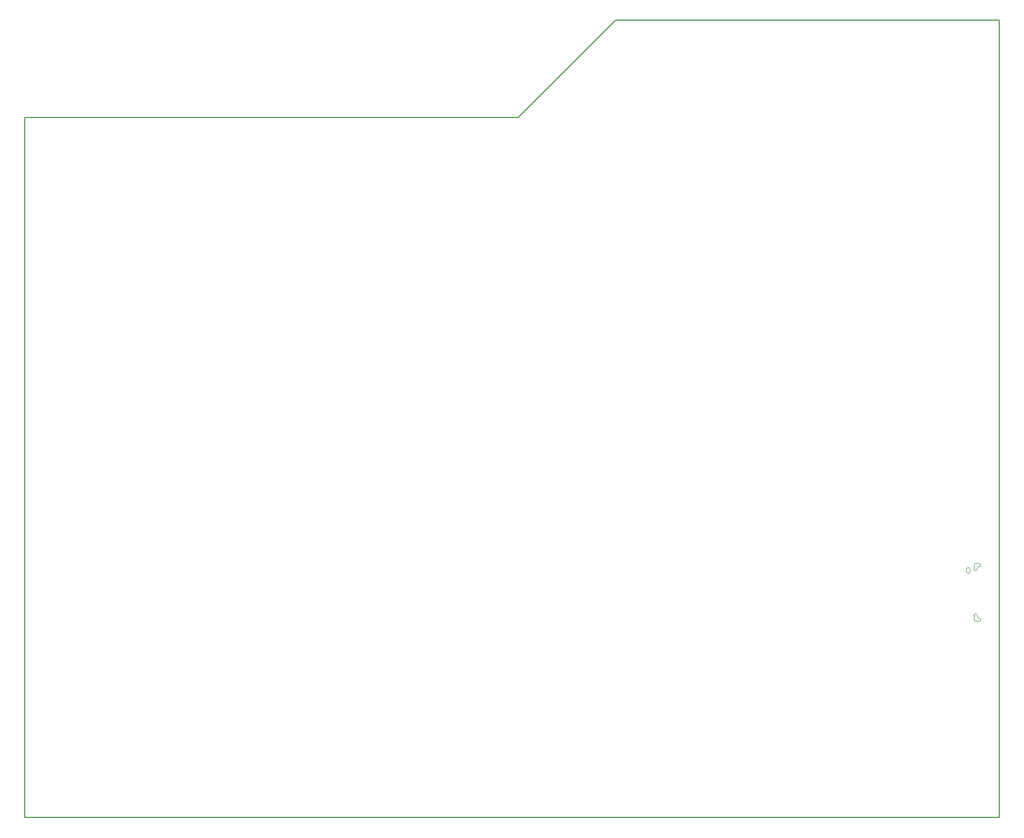
<source format=gm1>
G04*
G04 #@! TF.GenerationSoftware,Altium Limited,Altium Designer,24.5.1 (21)*
G04*
G04 Layer_Color=16711935*
%FSLAX25Y25*%
%MOIN*%
G70*
G04*
G04 #@! TF.SameCoordinates,BF01A39B-E5BE-45C2-AD7E-2E88940229C6*
G04*
G04*
G04 #@! TF.FilePolarity,Positive*
G04*
G01*
G75*
%ADD168C,0.00000*%
%ADD169C,0.00591*%
D168*
X609842Y161713D02*
G03*
X608602Y160472I0J-1240D01*
G01*
X611083D02*
G03*
X609842Y161713I-1240J0D01*
G01*
Y157972D02*
G03*
X611083Y159213I0J1240D01*
G01*
X608602D02*
G03*
X609842Y157972I1240J0D01*
G01*
X613583Y127992D02*
G03*
X614567Y127008I984J0D01*
G01*
X614665Y131732D02*
G03*
X613583Y130650I0J-1083D01*
G01*
X615748Y130650D02*
G03*
X614665Y131732I-1083J0D01*
G01*
X615748Y130157D02*
G03*
X616929Y128976I1181J0D01*
G01*
X617913Y127992D02*
G03*
X616929Y128976I-984J0D01*
G01*
Y127008D02*
G03*
X617913Y127992I0J984D01*
G01*
X614567Y164331D02*
G03*
X613583Y163347I0J-984D01*
G01*
Y160689D02*
G03*
X614665Y159606I1083J0D01*
G01*
X614665D02*
G03*
X615748Y160689I0J1083D01*
G01*
X616929Y162362D02*
G03*
X615748Y161181I0J-1181D01*
G01*
X616929Y162362D02*
G03*
X617913Y163347I0J984D01*
G01*
D02*
G03*
X616929Y164331I-984J0D01*
G01*
X611083Y159213D02*
Y160472D01*
X608602Y159213D02*
Y160472D01*
X613583Y127992D02*
Y130650D01*
X615748Y130157D02*
Y130650D01*
X614567Y127008D02*
X616929D01*
X613583Y160689D02*
Y163347D01*
X615748Y160689D02*
Y161181D01*
X614567Y164331D02*
X616929D01*
D169*
X-0Y452756D02*
X0Y0D01*
X381890Y515748D02*
X629921Y515748D01*
X318898Y452756D02*
X381890Y515748D01*
X-0Y452756D02*
X318898D01*
X0Y0D02*
X629921D01*
X629921Y515748D02*
X629921Y0D01*
M02*

</source>
